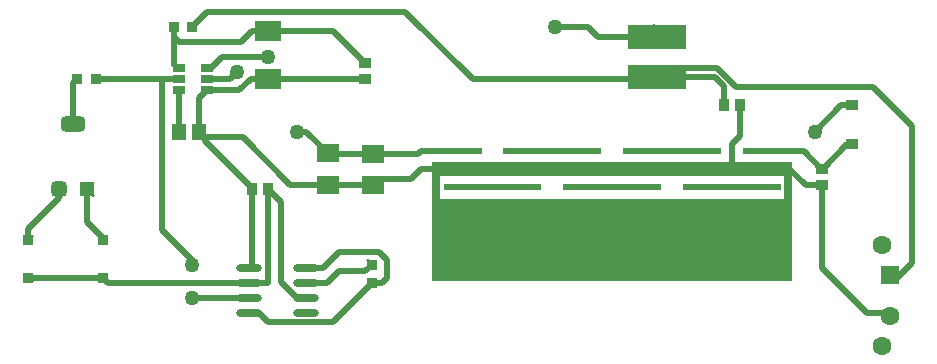
<source format=gtl>
G04*
G04 #@! TF.GenerationSoftware,Altium Limited,Altium Designer,19.1.7 (138)*
G04*
G04 Layer_Physical_Order=1*
G04 Layer_Color=255*
%FSLAX25Y25*%
%MOIN*%
G70*
G01*
G75*
%ADD11C,0.01000*%
%ADD15R,0.19291X0.08268*%
%ADD16R,0.03543X0.03937*%
%ADD17R,0.07284X0.05906*%
%ADD18R,0.03347X0.03347*%
%ADD19R,0.08500X0.07000*%
%ADD20R,0.03937X0.03543*%
%ADD21R,0.04331X0.02559*%
%ADD22R,0.04528X0.05512*%
%ADD23R,0.05118X0.05118*%
G04:AMPARAMS|DCode=24|XSize=51.18mil|YSize=51.18mil|CornerRadius=12.8mil|HoleSize=0mil|Usage=FLASHONLY|Rotation=270.000|XOffset=0mil|YOffset=0mil|HoleType=Round|Shape=RoundedRectangle|*
%AMROUNDEDRECTD24*
21,1,0.05118,0.02559,0,0,270.0*
21,1,0.02559,0.05118,0,0,270.0*
1,1,0.02559,-0.01280,-0.01280*
1,1,0.02559,-0.01280,0.01280*
1,1,0.02559,0.01280,0.01280*
1,1,0.02559,0.01280,-0.01280*
%
%ADD24ROUNDEDRECTD24*%
G04:AMPARAMS|DCode=25|XSize=51.18mil|YSize=78.74mil|CornerRadius=12.8mil|HoleSize=0mil|Usage=FLASHONLY|Rotation=270.000|XOffset=0mil|YOffset=0mil|HoleType=Round|Shape=RoundedRectangle|*
%AMROUNDEDRECTD25*
21,1,0.05118,0.05315,0,0,270.0*
21,1,0.02559,0.07874,0,0,270.0*
1,1,0.02559,-0.02657,-0.01280*
1,1,0.02559,-0.02657,0.01280*
1,1,0.02559,0.02657,0.01280*
1,1,0.02559,0.02657,-0.01280*
%
%ADD25ROUNDEDRECTD25*%
%ADD26R,0.03740X0.03543*%
%ADD27O,0.08661X0.02362*%
%ADD28R,0.12992X0.05118*%
%ADD29R,0.12992X0.01968*%
%ADD30R,0.04016X0.03465*%
%ADD31R,0.03347X0.03347*%
%ADD32R,1.20000X0.27500*%
%ADD33R,0.02500X0.30000*%
%ADD34R,1.19449X0.05000*%
%ADD59C,0.01968*%
%ADD60R,0.06299X0.06299*%
%ADD61C,0.06299*%
%ADD62C,0.02362*%
%ADD63C,0.05000*%
D11*
X104828Y44618D02*
X107978D01*
X89597Y75553D02*
X89991Y75946D01*
X89080Y75036D02*
X89597Y75553D01*
X34833Y75946D02*
X36892Y73887D01*
X104828Y39618D02*
X107978D01*
X40207Y58820D02*
X40306D01*
X75030Y112600D02*
X75810Y111820D01*
X15305Y46380D02*
X16577Y45108D01*
X115305Y77384D02*
X115522Y77167D01*
X86299Y39618D02*
X89080D01*
X128421Y52299D02*
X130000Y50721D01*
X30305Y97600D02*
X30609Y97903D01*
X240000Y88506D02*
X240000Y88506D01*
Y76695D02*
X240000Y76695D01*
X15404Y58821D02*
X16675Y60092D01*
X15305Y58821D02*
X15404D01*
X160306Y76695D02*
X160306Y76695D01*
X200000Y88506D02*
X200000Y88506D01*
Y76695D02*
X200000Y76695D01*
X63916Y117120D02*
X64695Y116340D01*
X65581D01*
X89991Y75946D02*
Y76143D01*
X74235Y91899D02*
Y93236D01*
D15*
X225000Y126693D02*
D03*
Y113307D02*
D03*
D16*
X95306Y75946D02*
D03*
X89991D02*
D03*
X247342Y103768D02*
D03*
X252658D02*
D03*
D17*
X115305Y77384D02*
D03*
Y87817D02*
D03*
X130306Y77167D02*
D03*
Y87600D02*
D03*
D18*
X130000Y50721D02*
D03*
Y44618D02*
D03*
D19*
X95395Y128600D02*
D03*
Y112600D02*
D03*
D20*
X127787Y117915D02*
D03*
Y112600D02*
D03*
X280000Y82600D02*
D03*
Y77285D02*
D03*
D21*
X65581Y116340D02*
D03*
Y112600D02*
D03*
Y108860D02*
D03*
X75030D02*
D03*
Y112600D02*
D03*
Y116340D02*
D03*
D22*
X72471Y95000D02*
D03*
X65581D02*
D03*
D23*
X34833Y75946D02*
D03*
D24*
X25778D02*
D03*
D25*
X30305Y97600D02*
D03*
D26*
X40306Y58820D02*
D03*
Y46379D02*
D03*
X15305Y46380D02*
D03*
Y58821D02*
D03*
D27*
X89080Y49618D02*
D03*
Y44618D02*
D03*
Y39618D02*
D03*
Y34618D02*
D03*
X107978Y49618D02*
D03*
Y44618D02*
D03*
Y39618D02*
D03*
Y34618D02*
D03*
D28*
X160306Y82600D02*
D03*
X180000D02*
D03*
X200000D02*
D03*
X220000D02*
D03*
X240000D02*
D03*
X260000D02*
D03*
D29*
X160306Y88506D02*
D03*
Y76695D02*
D03*
X180000Y76695D02*
D03*
Y88506D02*
D03*
X200000Y88506D02*
D03*
Y76695D02*
D03*
X220000Y76695D02*
D03*
Y88506D02*
D03*
X240000Y88506D02*
D03*
Y76695D02*
D03*
X260000Y76695D02*
D03*
Y88506D02*
D03*
D30*
X290000Y91063D02*
D03*
Y103937D02*
D03*
D31*
X63898Y130000D02*
D03*
X70000D02*
D03*
X37884Y112600D02*
D03*
X31782D02*
D03*
D32*
X210000Y58750D02*
D03*
D33*
X268750Y70000D02*
D03*
X151250D02*
D03*
D34*
X209724Y82500D02*
D03*
D59*
X280000Y49744D02*
X295000Y34744D01*
X301220D02*
X302500Y33465D01*
X295000Y34744D02*
X301220D01*
X297000Y110000D02*
X310000Y97000D01*
Y51379D02*
Y97000D01*
X305000Y46379D02*
X310000Y51379D01*
X250000Y82600D02*
Y91063D01*
Y82600D02*
X260000D01*
X220000D02*
X240000D01*
X200000D02*
X220000D01*
X180000D02*
X200000D01*
X160306D02*
X180000D01*
X102808Y77167D02*
X115522D01*
X89203Y75946D02*
Y76931D01*
X89597Y75553D02*
X89991Y75159D01*
X89203Y75946D02*
X89597Y75553D01*
X280000Y49744D02*
Y77285D01*
X289831Y103768D02*
X290000Y103937D01*
X286268Y103768D02*
X289831D01*
X220679Y126693D02*
X223986Y130000D01*
X277500Y95000D02*
X286268Y103768D01*
X244370Y113307D02*
X247342Y110335D01*
X229193Y113307D02*
X244370D01*
X227500Y111614D02*
X229193Y113307D01*
X247342Y103768D02*
Y110335D01*
X225000Y113307D02*
X228033Y116340D01*
X244999D01*
X251339Y110000D01*
X252658Y93720D02*
Y103768D01*
X250000Y91063D02*
X252658Y93720D01*
X224135Y112442D02*
X225000Y113307D01*
X163602Y112442D02*
X224135D01*
X141043Y135000D02*
X163602Y112442D01*
X75000Y135000D02*
X141043D01*
X190945Y130000D02*
X201959D01*
X205266Y126693D01*
X220679D01*
X95395Y112600D02*
X127787D01*
X89516D02*
X95395D01*
X86834Y93141D02*
X102808Y77167D01*
X160306Y76695D02*
X180000D01*
X40306Y46379D02*
X42067Y44618D01*
X40305Y46380D02*
X40306Y46379D01*
X60000Y62384D02*
X71365Y51019D01*
X71747Y39618D02*
X86299D01*
X114833Y87600D02*
X130306D01*
X104828Y95000D02*
X108122D01*
X115305Y87817D01*
X114617D02*
X115305D01*
X72471Y106301D02*
X75030Y108860D01*
X72471Y95000D02*
Y106301D01*
X82600Y112600D02*
X85000Y115000D01*
X75030Y112600D02*
X82600D01*
X80000Y120000D02*
X95395D01*
X76340Y116340D02*
X80000Y120000D01*
X75030Y116340D02*
X76340D01*
X70000Y130000D02*
X75000Y135000D01*
X85776Y108860D02*
X89516Y112600D01*
X75030Y108860D02*
X85776D01*
X117102Y128600D02*
X127787Y117915D01*
X90000Y128600D02*
X117102D01*
X240000Y82600D02*
X250000D01*
X251339Y110000D02*
X297000D01*
X63898Y117138D02*
X63916Y117120D01*
X63898Y117138D02*
Y126683D01*
X86400Y125000D02*
X90000Y128600D01*
X65581Y125000D02*
X86400D01*
X63898Y126683D02*
X65581Y125000D01*
X63898Y126683D02*
Y130000D01*
X114617Y87817D02*
X114833Y87600D01*
X146398Y88506D02*
X160306D01*
X145492Y87600D02*
X146398Y88506D01*
X130306Y87600D02*
X145492D01*
X74235Y93236D02*
X74330Y93141D01*
X86834D01*
X60000Y112600D02*
X65581D01*
X37884D02*
X60000D01*
Y62384D02*
Y112600D01*
X30305Y111124D02*
X31782Y112600D01*
X30305Y97600D02*
Y111124D01*
X40306Y58820D02*
Y59527D01*
X34833Y65000D02*
X40306Y59527D01*
X34833Y65000D02*
Y75946D01*
X15305Y58821D02*
Y62441D01*
X25778Y72913D01*
Y75946D01*
X42067Y44618D02*
X89080D01*
X15305Y46380D02*
X40305D01*
X99631Y44815D02*
X104828Y39618D01*
X99631Y44815D02*
Y71621D01*
X95306Y75946D02*
X99631Y71621D01*
X94911Y44721D02*
X95395D01*
X94808Y44618D02*
X94911Y44721D01*
X89080Y44618D02*
X94808D01*
X95306Y51019D02*
Y75946D01*
Y51019D02*
X95395Y50929D01*
Y44721D02*
Y50929D01*
X107978Y49618D02*
X113746D01*
X119128Y55000D01*
X132274D01*
X135000Y52274D01*
Y46380D02*
Y52274D01*
X133238Y44618D02*
X135000Y46380D01*
X130000Y44618D02*
X133238D01*
X107978D02*
X115032D01*
X127787Y48508D02*
X130000Y50721D01*
X115032Y44618D02*
X118921Y48508D01*
X127787D01*
X146398Y82600D02*
X160306D01*
X115522Y77167D02*
X130306D01*
X280000Y82600D02*
X280197D01*
X279803D02*
X280000D01*
X116835Y31453D02*
X130000Y44618D01*
X274528Y77285D02*
X280000D01*
X142933Y79135D02*
X146398Y82600D01*
X89991Y49800D02*
Y75159D01*
X89809Y49618D02*
X89991Y49800D01*
X89080Y34618D02*
X92230D01*
X95395Y31453D02*
X116835D01*
X92230Y34618D02*
X95395Y31453D01*
X65581Y95000D02*
Y108860D01*
X273898Y88506D02*
X279803Y82600D01*
X260000Y88506D02*
X273898D01*
X280197Y82600D02*
X288491Y90894D01*
X89080Y49618D02*
X89809D01*
X74235Y91899D02*
X89203Y76931D01*
X260000Y82600D02*
X260236Y82364D01*
X269449D02*
X274528Y77285D01*
X260236Y82364D02*
X269449D01*
X132274Y79135D02*
X142933D01*
X130306Y77167D02*
X132274Y79135D01*
X180000Y88506D02*
X180000Y88506D01*
X200000D01*
X220000Y88506D02*
X220000Y88506D01*
X240000D01*
X260000Y76695D02*
X260000Y76695D01*
X240000Y76695D02*
X260000D01*
X220000D02*
X220000Y76695D01*
X200000Y76695D02*
X220000D01*
X180000D02*
X180000Y76695D01*
D60*
X302500Y47244D02*
D03*
D61*
Y33465D02*
D03*
X300020Y57087D02*
D03*
Y23622D02*
D03*
D62*
X267717Y66142D02*
D03*
Y59843D02*
D03*
Y53543D02*
D03*
Y47244D02*
D03*
X266142Y69291D02*
D03*
X264567Y66142D02*
D03*
X266142Y62992D02*
D03*
X264567Y59843D02*
D03*
X266142Y56693D02*
D03*
X264567Y53543D02*
D03*
X266142Y50394D02*
D03*
X264567Y47244D02*
D03*
X262992Y69291D02*
D03*
X261418Y66142D02*
D03*
X262992Y62992D02*
D03*
X261418Y59843D02*
D03*
X262992Y56693D02*
D03*
X261418Y53543D02*
D03*
X262992Y50394D02*
D03*
X261418Y47244D02*
D03*
X259843Y69291D02*
D03*
X258268Y66142D02*
D03*
X259843Y62992D02*
D03*
X258268Y59843D02*
D03*
X259843Y56693D02*
D03*
X258268Y53543D02*
D03*
X259843Y50394D02*
D03*
X258268Y47244D02*
D03*
X256693Y69291D02*
D03*
X255118Y66142D02*
D03*
X256693Y62992D02*
D03*
X255118Y59843D02*
D03*
X256693Y56693D02*
D03*
X255118Y53543D02*
D03*
X256693Y50394D02*
D03*
X255118Y47244D02*
D03*
X253544Y69291D02*
D03*
X251969Y66142D02*
D03*
X253544Y62992D02*
D03*
X251969Y59843D02*
D03*
X253544Y56693D02*
D03*
X251969Y53543D02*
D03*
X253544Y50394D02*
D03*
X251969Y47244D02*
D03*
X250394Y81890D02*
D03*
Y69291D02*
D03*
X248819Y66142D02*
D03*
X250394Y62992D02*
D03*
X248819Y59843D02*
D03*
X250394Y56693D02*
D03*
X248819Y53543D02*
D03*
X250394Y50394D02*
D03*
X248819Y47244D02*
D03*
X247244Y69291D02*
D03*
X245670Y66142D02*
D03*
X247244Y62992D02*
D03*
X245670Y59843D02*
D03*
X247244Y56693D02*
D03*
X245670Y53543D02*
D03*
X247244Y50394D02*
D03*
X245670Y47244D02*
D03*
X244095Y69291D02*
D03*
X242520Y66142D02*
D03*
X244095Y62992D02*
D03*
X242520Y59843D02*
D03*
X244095Y56693D02*
D03*
X242520Y53543D02*
D03*
X244095Y50394D02*
D03*
X242520Y47244D02*
D03*
X240945Y69291D02*
D03*
X239370Y66142D02*
D03*
X240945Y62992D02*
D03*
X239370Y59843D02*
D03*
X240945Y56693D02*
D03*
X239370Y53543D02*
D03*
X240945Y50394D02*
D03*
X239370Y47244D02*
D03*
X237796Y69291D02*
D03*
X236221Y66142D02*
D03*
X237796Y62992D02*
D03*
X236221Y59843D02*
D03*
X237796Y56693D02*
D03*
X236221Y53543D02*
D03*
X237796Y50394D02*
D03*
X236221Y47244D02*
D03*
X234646Y69291D02*
D03*
X233071Y66142D02*
D03*
X234646Y62992D02*
D03*
X233071Y59843D02*
D03*
X234646Y56693D02*
D03*
X233071Y53543D02*
D03*
X234646Y50394D02*
D03*
X233071Y47244D02*
D03*
X231496Y81890D02*
D03*
Y69291D02*
D03*
X229922Y66142D02*
D03*
X231496Y62992D02*
D03*
X229922Y59843D02*
D03*
X231496Y56693D02*
D03*
X229922Y53543D02*
D03*
X231496Y50394D02*
D03*
X229922Y47244D02*
D03*
X228347Y81890D02*
D03*
Y69291D02*
D03*
X226772Y66142D02*
D03*
X228347Y62992D02*
D03*
X226772Y59843D02*
D03*
X228347Y56693D02*
D03*
X226772Y53543D02*
D03*
X228347Y50394D02*
D03*
X226772Y47244D02*
D03*
X225197Y69291D02*
D03*
X223622Y66142D02*
D03*
X225197Y62992D02*
D03*
X223622Y59843D02*
D03*
X225197Y56693D02*
D03*
X223622Y53543D02*
D03*
X225197Y50394D02*
D03*
X223622Y47244D02*
D03*
X222047Y69291D02*
D03*
X220473Y66142D02*
D03*
X222047Y62992D02*
D03*
X220473Y59843D02*
D03*
X222047Y56693D02*
D03*
X220473Y53543D02*
D03*
X222047Y50394D02*
D03*
X220473Y47244D02*
D03*
X218898Y69291D02*
D03*
X217323Y66142D02*
D03*
X218898Y62992D02*
D03*
X217323Y59843D02*
D03*
X218898Y56693D02*
D03*
X217323Y53543D02*
D03*
X218898Y50394D02*
D03*
X217323Y47244D02*
D03*
X215748Y69291D02*
D03*
X214174Y66142D02*
D03*
X215748Y62992D02*
D03*
X214174Y59843D02*
D03*
X215748Y56693D02*
D03*
X214174Y53543D02*
D03*
X215748Y50394D02*
D03*
X214174Y47244D02*
D03*
X212599Y69291D02*
D03*
X211024Y66142D02*
D03*
X212599Y62992D02*
D03*
X211024Y59843D02*
D03*
X212599Y56693D02*
D03*
X211024Y53543D02*
D03*
X212599Y50394D02*
D03*
X211024Y47244D02*
D03*
X209449Y81890D02*
D03*
Y69291D02*
D03*
X207874Y66142D02*
D03*
X209449Y62992D02*
D03*
X207874Y59843D02*
D03*
X209449Y56693D02*
D03*
X207874Y53543D02*
D03*
X209449Y50394D02*
D03*
X207874Y47244D02*
D03*
X206299Y69291D02*
D03*
X204725Y66142D02*
D03*
X206299Y62992D02*
D03*
X204725Y59843D02*
D03*
X206299Y56693D02*
D03*
X204725Y53543D02*
D03*
X206299Y50394D02*
D03*
X204725Y47244D02*
D03*
X203150Y69291D02*
D03*
X201575Y66142D02*
D03*
X203150Y62992D02*
D03*
X201575Y59843D02*
D03*
X203150Y56693D02*
D03*
X201575Y53543D02*
D03*
X203150Y50394D02*
D03*
X201575Y47244D02*
D03*
X200000Y69291D02*
D03*
X198425Y66142D02*
D03*
X200000Y62992D02*
D03*
X198425Y59843D02*
D03*
X200000Y56693D02*
D03*
X198425Y53543D02*
D03*
X200000Y50394D02*
D03*
X198425Y47244D02*
D03*
X196851Y69291D02*
D03*
X195276Y66142D02*
D03*
X196851Y62992D02*
D03*
X195276Y59843D02*
D03*
X196851Y56693D02*
D03*
X195276Y53543D02*
D03*
X196851Y50394D02*
D03*
X195276Y47244D02*
D03*
X193701Y69291D02*
D03*
X192126Y66142D02*
D03*
X193701Y62992D02*
D03*
X192126Y59843D02*
D03*
X193701Y56693D02*
D03*
X192126Y53543D02*
D03*
X193701Y50394D02*
D03*
X192126Y47244D02*
D03*
X190551Y81890D02*
D03*
Y69291D02*
D03*
X188977Y66142D02*
D03*
X190551Y62992D02*
D03*
X188977Y59843D02*
D03*
X190551Y56693D02*
D03*
X188977Y53543D02*
D03*
X190551Y50394D02*
D03*
X188977Y47244D02*
D03*
X187402Y69291D02*
D03*
X185827Y66142D02*
D03*
X187402Y62992D02*
D03*
X185827Y59843D02*
D03*
X187402Y56693D02*
D03*
X185827Y53543D02*
D03*
X187402Y50394D02*
D03*
X185827Y47244D02*
D03*
X184252Y69291D02*
D03*
X182677Y66142D02*
D03*
X184252Y62992D02*
D03*
X182677Y59843D02*
D03*
X184252Y56693D02*
D03*
X182677Y53543D02*
D03*
X184252Y50394D02*
D03*
X182677Y47244D02*
D03*
X181103Y69291D02*
D03*
X179528Y66142D02*
D03*
X181103Y62992D02*
D03*
X179528Y59843D02*
D03*
X181103Y56693D02*
D03*
X179528Y53543D02*
D03*
X181103Y50394D02*
D03*
X179528Y47244D02*
D03*
X177953Y69291D02*
D03*
X176378Y66142D02*
D03*
X177953Y62992D02*
D03*
X176378Y59843D02*
D03*
X177953Y56693D02*
D03*
X176378Y53543D02*
D03*
X177953Y50394D02*
D03*
X176378Y47244D02*
D03*
X174803Y69291D02*
D03*
X173229Y66142D02*
D03*
X174803Y62992D02*
D03*
X173229Y59843D02*
D03*
X174803Y56693D02*
D03*
X173229Y53543D02*
D03*
X174803Y50394D02*
D03*
X173229Y47244D02*
D03*
X171654Y81890D02*
D03*
Y69291D02*
D03*
X170079Y66142D02*
D03*
X171654Y62992D02*
D03*
X170079Y59843D02*
D03*
X171654Y56693D02*
D03*
X170079Y53543D02*
D03*
X171654Y50394D02*
D03*
X170079Y47244D02*
D03*
X168504Y81890D02*
D03*
Y69291D02*
D03*
X166929Y66142D02*
D03*
X168504Y62992D02*
D03*
X166929Y59843D02*
D03*
X168504Y56693D02*
D03*
X166929Y53543D02*
D03*
X168504Y50394D02*
D03*
X166929Y47244D02*
D03*
X165355Y69291D02*
D03*
X163780Y66142D02*
D03*
X165355Y62992D02*
D03*
X163780Y59843D02*
D03*
X165355Y56693D02*
D03*
X163780Y53543D02*
D03*
X165355Y50394D02*
D03*
X163780Y47244D02*
D03*
X162205Y69291D02*
D03*
X160630Y66142D02*
D03*
X162205Y62992D02*
D03*
X160630Y59843D02*
D03*
X162205Y56693D02*
D03*
X160630Y53543D02*
D03*
X162205Y50394D02*
D03*
X160630Y47244D02*
D03*
X159055Y69291D02*
D03*
X157481Y66142D02*
D03*
X159055Y62992D02*
D03*
X157481Y59843D02*
D03*
X159055Y56693D02*
D03*
X157481Y53543D02*
D03*
X159055Y50394D02*
D03*
X157481Y47244D02*
D03*
X155906Y69291D02*
D03*
X154331Y66142D02*
D03*
X155906Y62992D02*
D03*
X154331Y59843D02*
D03*
X155906Y56693D02*
D03*
X154331Y53543D02*
D03*
X155906Y50394D02*
D03*
X154331Y47244D02*
D03*
X152756Y69291D02*
D03*
Y62992D02*
D03*
Y56693D02*
D03*
Y50394D02*
D03*
D63*
X277500Y95000D02*
D03*
X190945Y130000D02*
D03*
X70000Y39618D02*
D03*
Y50721D02*
D03*
X85000Y115000D02*
D03*
X104828Y95000D02*
D03*
X95395Y120000D02*
D03*
M02*

</source>
